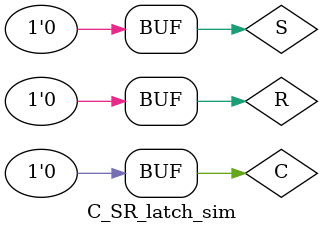
<source format=v>
`timescale 1ns / 1ps
module C_SR_latch_sim();
// Inputs
 reg R;
 reg S;
 reg C;
// Outputs
 wire Q;
 wire Qbar;
C_SR_latch CSR1(
 .R(R),
 .S(S),
 .C(C),
 .Q(Q),
 .Qbar(Qbar)
);
 initial begin
     C = 1'b1;
     R = 1'b1; S=1'b0; #30;
     R = 1'b0; S=1'b0; #30;
     R = 1'b0; S=1'b1; #30;
     R = 1'b0; S=1'b0; #30;
     R = 1'b1; S=1'b0; #30;
     R = 1'b0; S=1'b0; #30;
     R = 1'b0; S=1'b1; #30;
     R = 1'b0; S=1'b0; #30;
     
     C = 1'b0; 
     R = 1'b1; S=1'b0; #30;
     R = 1'b0; S=1'b0; #30;
     R = 1'b0; S=1'b1; #30;
     R = 1'b0; S=1'b0; #30;
     R = 1'b1; S=1'b0; #30;
     R = 1'b0; S=1'b0; #30;
     R = 1'b0; S=1'b1; #30;
     R = 1'b0; S=1'b0; #30;
     
     C = 1'b1;
     R = 1'b1; S=1'b0; #30;
     R = 1'b0; S=1'b0; #30;
     R = 1'b0; S=1'b1; #30;
     R = 1'b0; S=1'b0; #30;
     R = 1'b1; S=1'b0; #30;
     R = 1'b0; S=1'b0; #30;
     R = 1'b0; S=1'b1; #30;
     R = 1'b0; S=1'b0; #30;
     
     C = 1'b0; 
     R = 1'b1; S=1'b0; #30;
     R = 1'b0; S=1'b0; #30;
     R = 1'b0; S=1'b1; #30;
     R = 1'b0; S=1'b0; #30;
     R = 1'b1; S=1'b0; #30;
     R = 1'b0; S=1'b0; #30;
     R = 1'b0; S=1'b1; #30;
     R = 1'b0; S=1'b0; #30;
 end
endmodule
</source>
